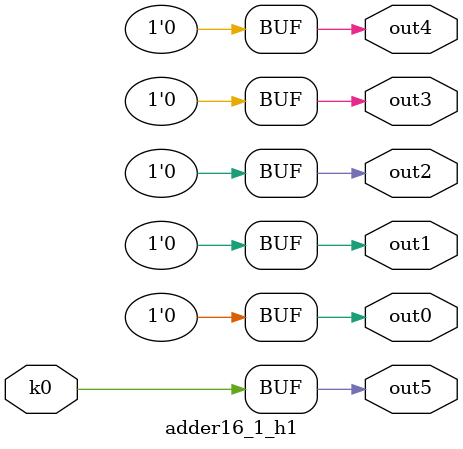
<source format=v>
module adder16_1(pi00, pi01, pi02, pi03, pi04, pi05, pi06, pi07, pi08, pi09, pi10, po0, po1, po2, po3, po4, po5);
input pi00, pi01, pi02, pi03, pi04, pi05, pi06, pi07, pi08, pi09, pi10;
output po0, po1, po2, po3, po4, po5;
wire k0;
adder16_1_w1 DUT1 (pi00, pi01, pi02, pi03, pi04, pi05, pi06, pi07, pi08, pi09, pi10, k0);
adder16_1_h1 DUT2 (k0, po0, po1, po2, po3, po4, po5);
endmodule

module adder16_1_w1(in10, in9, in8, in7, in6, in5, in4, in3, in2, in1, in0, k0);
input in10, in9, in8, in7, in6, in5, in4, in3, in2, in1, in0;
output k0;
assign k0 =   in10 ? (~in5 ^ in0) : (in5 ^ in0);
endmodule

module adder16_1_h1(k0, out5, out4, out3, out2, out1, out0);
input k0;
output out5, out4, out3, out2, out1, out0;
assign out0 = 0;
assign out1 = 0;
assign out2 = 0;
assign out3 = 0;
assign out4 = 0;
assign out5 = k0;
endmodule

</source>
